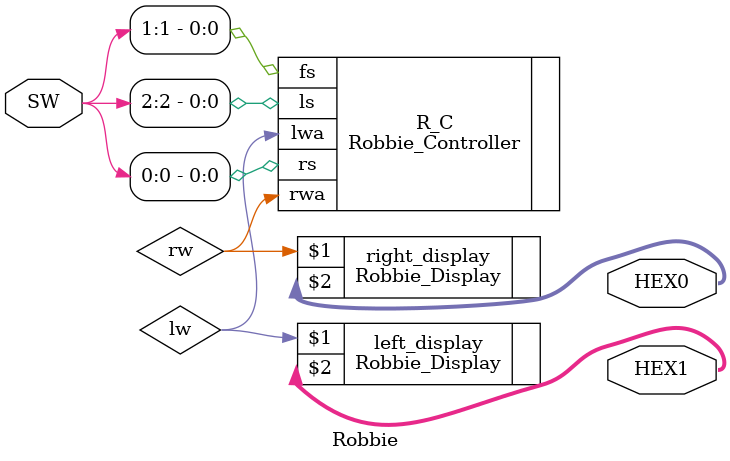
<source format=v>
module Robbie(SW,HEX1, HEX0);
	input [2:0] SW;
	output [6:0] HEX0;
	output [6:0] HEX1;
	wire lw, rw;
	
	Robbie_Controller R_C(.ls(SW[2]), .fs(SW[1]), .rs(SW[0]), .lwa(lw), .rwa(rw));
	Robbie_Display left_display(lw, HEX1);
	Robbie_Display right_display(rw, HEX0);
endmodule
</source>
